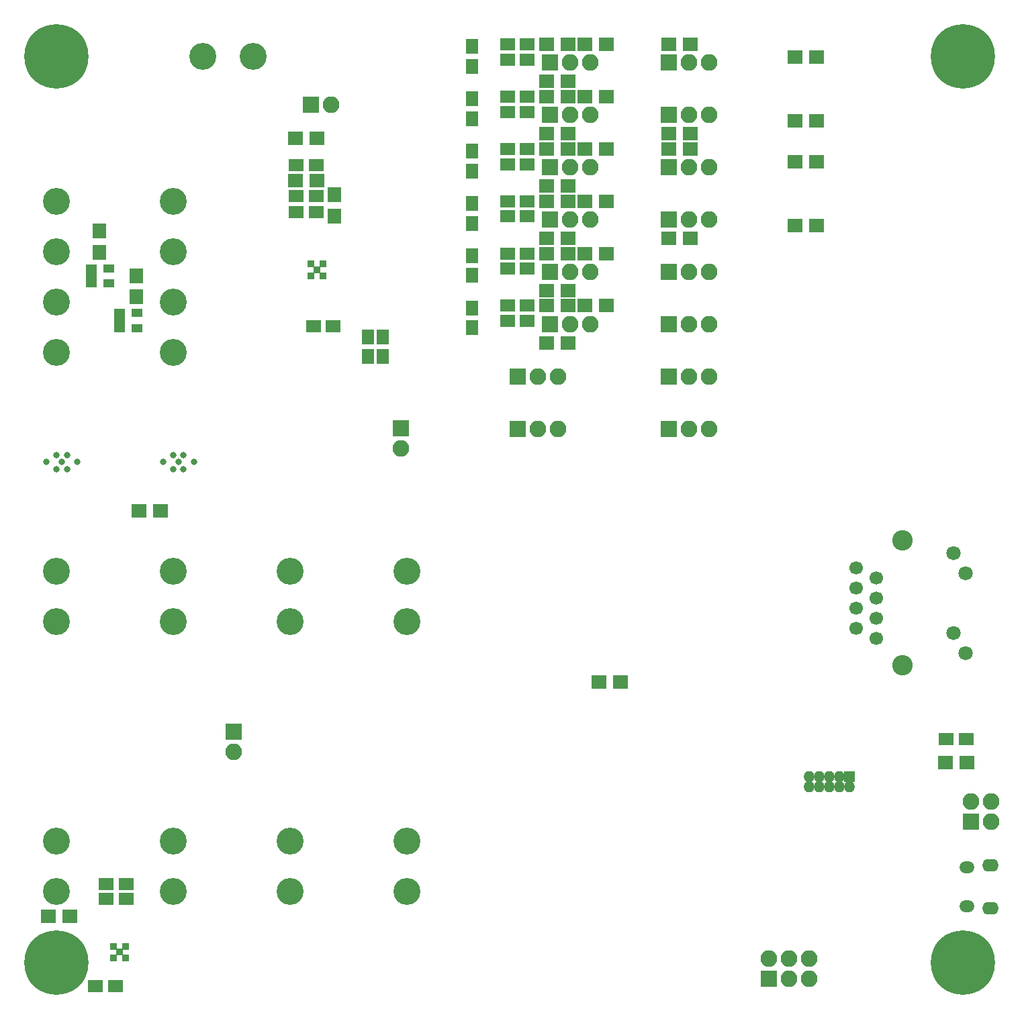
<source format=gbr>
G04 #@! TF.FileFunction,Soldermask,Bot*
%FSLAX46Y46*%
G04 Gerber Fmt 4.6, Leading zero omitted, Abs format (unit mm)*
G04 Created by KiCad (PCBNEW 4.0.4-stable) date Friday, December 29, 2017 'AMt' 10:56:01 AM*
%MOMM*%
%LPD*%
G01*
G04 APERTURE LIST*
%ADD10C,0.100000*%
%ADD11R,1.900000X1.700000*%
%ADD12R,2.100000X2.100000*%
%ADD13O,2.100000X2.100000*%
%ADD14R,1.650000X1.900000*%
%ADD15R,1.900000X1.650000*%
%ADD16O,1.900000X1.500000*%
%ADD17O,2.100000X1.600000*%
%ADD18R,1.700000X1.900000*%
%ADD19R,0.900000X0.900000*%
%ADD20R,1.460000X1.050000*%
%ADD21R,1.400000X1.400000*%
%ADD22O,1.400000X1.400000*%
%ADD23C,8.100000*%
%ADD24C,1.100000*%
%ADD25C,3.400000*%
%ADD26C,0.800000*%
%ADD27C,1.700000*%
%ADD28C,2.584400*%
%ADD29C,1.808000*%
G04 APERTURE END LIST*
D10*
D11*
X86250000Y-29300000D03*
X83550000Y-29300000D03*
X86250000Y-18000000D03*
X83550000Y-18000000D03*
X102150000Y-27700000D03*
X99450000Y-27700000D03*
X102150000Y-19600000D03*
X99450000Y-19600000D03*
D12*
X83560000Y-26950000D03*
D13*
X86100000Y-26950000D03*
X88640000Y-26950000D03*
D12*
X83560000Y-20350000D03*
D13*
X86100000Y-20350000D03*
X88640000Y-20350000D03*
D14*
X58770000Y-38090000D03*
X58770000Y-40590000D03*
X58770000Y-31490000D03*
X58770000Y-33990000D03*
X58770000Y-24890000D03*
X58770000Y-27390000D03*
X58770000Y-18290000D03*
X58770000Y-20790000D03*
D15*
X65720000Y-39740000D03*
X63220000Y-39740000D03*
X65720000Y-33140000D03*
X63220000Y-33140000D03*
X65720000Y-26540000D03*
X63220000Y-26540000D03*
X65720000Y-19940000D03*
X63220000Y-19940000D03*
X63220000Y-37800000D03*
X65720000Y-37800000D03*
X63220000Y-31200000D03*
X65720000Y-31200000D03*
X63220000Y-24600000D03*
X65720000Y-24600000D03*
X63220000Y-18000000D03*
X65720000Y-18000000D03*
D11*
X68140000Y-37800000D03*
X70840000Y-37800000D03*
X68140000Y-31200000D03*
X70840000Y-31200000D03*
X68140000Y-24600000D03*
X70840000Y-24600000D03*
X68140000Y-18000000D03*
X70840000Y-18000000D03*
X75690000Y-37800000D03*
X72990000Y-37800000D03*
X75690000Y-31200000D03*
X72990000Y-31200000D03*
X75690000Y-24600000D03*
X72990000Y-24600000D03*
X75690000Y-18000000D03*
X72990000Y-18000000D03*
X68140000Y-42500000D03*
X70840000Y-42500000D03*
X68140000Y-35900000D03*
X70840000Y-35900000D03*
X68140000Y-29300000D03*
X70840000Y-29300000D03*
X68140000Y-22700000D03*
X70840000Y-22700000D03*
D12*
X68590000Y-40150000D03*
D13*
X71130000Y-40150000D03*
X73670000Y-40150000D03*
D12*
X68590000Y-33550000D03*
D13*
X71130000Y-33550000D03*
X73670000Y-33550000D03*
D12*
X68590000Y-26950000D03*
D13*
X71130000Y-26950000D03*
X73670000Y-26950000D03*
D12*
X68590000Y-20350000D03*
D13*
X71130000Y-20350000D03*
X73670000Y-20350000D03*
D11*
X68140000Y-16100000D03*
X70840000Y-16100000D03*
D15*
X63220000Y-11400000D03*
X65720000Y-11400000D03*
X65720000Y-13340000D03*
X63220000Y-13340000D03*
D14*
X58770000Y-11690000D03*
X58770000Y-14190000D03*
D11*
X75690000Y-11400000D03*
X72990000Y-11400000D03*
X68140000Y-11400000D03*
X70840000Y-11400000D03*
D12*
X68590000Y-13750000D03*
D13*
X71130000Y-13750000D03*
X73670000Y-13750000D03*
D15*
X39100000Y-20100000D03*
X36600000Y-20100000D03*
X39100000Y-25950000D03*
X36600000Y-25950000D03*
X39100000Y-24000000D03*
X36600000Y-24000000D03*
X38725000Y-40375000D03*
X41225000Y-40375000D03*
D14*
X45602776Y-44207268D03*
X45602776Y-41707268D03*
X47502776Y-44207268D03*
X47502776Y-41707268D03*
D15*
X15118580Y-112625060D03*
X12618580Y-112625060D03*
X15118580Y-110725060D03*
X12618580Y-110725060D03*
X13750000Y-123650000D03*
X11250000Y-123650000D03*
X63220000Y-4800000D03*
X65720000Y-4800000D03*
X65720000Y-6740000D03*
X63220000Y-6740000D03*
D14*
X58770000Y-5090000D03*
X58770000Y-7590000D03*
D15*
X118550000Y-92450000D03*
X121050000Y-92450000D03*
D12*
X38410000Y-12450000D03*
D13*
X40950000Y-12450000D03*
D12*
X96170000Y-122715000D03*
D13*
X96170000Y-120175000D03*
X98710000Y-122715000D03*
X98710000Y-120175000D03*
X101250000Y-122715000D03*
X101250000Y-120175000D03*
D16*
X121150000Y-113500000D03*
X121150000Y-108660000D03*
D17*
X124150000Y-113810000D03*
X124150000Y-108350000D03*
D11*
X39200000Y-22050000D03*
X36500000Y-22050000D03*
X39200000Y-16675000D03*
X36500000Y-16675000D03*
D18*
X41375000Y-26475000D03*
X41375000Y-23775000D03*
D11*
X8040360Y-114848640D03*
X5340360Y-114848640D03*
X77423000Y-85217000D03*
X74723000Y-85217000D03*
X102150000Y-6400000D03*
X99450000Y-6400000D03*
X102150000Y-14500000D03*
X99450000Y-14500000D03*
X75690000Y-4800000D03*
X72990000Y-4800000D03*
X68140000Y-4800000D03*
X70840000Y-4800000D03*
X68140000Y-9500000D03*
X70840000Y-9500000D03*
X16750000Y-63650000D03*
X19450000Y-63650000D03*
D18*
X16440000Y-34000000D03*
X16440000Y-36700000D03*
X11790000Y-28380000D03*
X11790000Y-31080000D03*
D11*
X118450000Y-95400000D03*
X121150000Y-95400000D03*
D19*
X39200000Y-33275000D03*
X38450000Y-34025000D03*
X39950000Y-34025000D03*
X39950000Y-32525000D03*
X38450000Y-32525000D03*
X14325600Y-119331740D03*
X13575600Y-120081740D03*
X15075600Y-120081740D03*
X15075600Y-118581740D03*
X13575600Y-118581740D03*
D20*
X14320000Y-40620000D03*
X14320000Y-39670000D03*
X14320000Y-38720000D03*
X16520000Y-38720000D03*
X16520000Y-40620000D03*
X10760000Y-34970000D03*
X10760000Y-34020000D03*
X10760000Y-33070000D03*
X12960000Y-33070000D03*
X12960000Y-34970000D03*
D21*
X106290000Y-97230000D03*
D22*
X106290000Y-98500000D03*
X105020000Y-97230000D03*
X105020000Y-98500000D03*
X103750000Y-97230000D03*
X103750000Y-98500000D03*
X102480000Y-97230000D03*
X102480000Y-98500000D03*
X101210000Y-97230000D03*
X101210000Y-98500000D03*
D23*
X120650000Y-120650000D03*
D24*
X117850000Y-120650000D03*
X122629890Y-122629890D03*
X120650000Y-123450000D03*
X118670110Y-122629890D03*
X123450000Y-120650000D03*
X118670110Y-118670110D03*
X120650000Y-117850000D03*
X122629890Y-118670110D03*
D23*
X6350000Y-120650000D03*
D24*
X3550000Y-120650000D03*
X8329890Y-122629890D03*
X6350000Y-123450000D03*
X4370110Y-122629890D03*
X9150000Y-120650000D03*
X4370110Y-118670110D03*
X6350000Y-117850000D03*
X8329890Y-118670110D03*
D23*
X120650000Y-6350000D03*
D24*
X117850000Y-6350000D03*
X122629890Y-8329890D03*
X120650000Y-9150000D03*
X118670110Y-8329890D03*
X123450000Y-6350000D03*
X118670110Y-4370110D03*
X120650000Y-3550000D03*
X122629890Y-4370110D03*
D23*
X6350000Y-6350000D03*
D24*
X3550000Y-6350000D03*
X8329890Y-8329890D03*
X6350000Y-9150000D03*
X4370110Y-8329890D03*
X9150000Y-6350000D03*
X4370110Y-4370110D03*
X6350000Y-3550000D03*
X8329890Y-4370110D03*
D11*
X86250000Y-4800000D03*
X83550000Y-4800000D03*
X86250000Y-16100000D03*
X83550000Y-16100000D03*
D25*
X6310000Y-37375000D03*
X6310000Y-31025000D03*
X6310000Y-43725000D03*
X6310000Y-24675000D03*
X21040000Y-37375000D03*
X21040000Y-31025000D03*
X21040000Y-43725000D03*
X21040000Y-24675000D03*
X21040000Y-71325000D03*
X21040000Y-77675000D03*
X50500000Y-71325000D03*
X50500000Y-77675000D03*
X35770000Y-71325000D03*
X35770000Y-77675000D03*
X6310000Y-71325000D03*
X6310000Y-77675000D03*
X31175000Y-6310000D03*
X24825000Y-6310000D03*
X50500000Y-105295000D03*
X50500000Y-111645000D03*
X35770000Y-105295000D03*
X35770000Y-111645000D03*
X21040000Y-105295000D03*
X21040000Y-111645000D03*
X6310000Y-105295000D03*
X6310000Y-111645000D03*
D26*
X21730000Y-57515000D03*
X23680000Y-57515000D03*
X19780000Y-57515000D03*
X22380000Y-58415000D03*
X21080000Y-58415000D03*
X22380000Y-56615000D03*
X21080000Y-56615000D03*
X7000000Y-57515000D03*
X8950000Y-57515000D03*
X5050000Y-57515000D03*
X7650000Y-58415000D03*
X6350000Y-58415000D03*
X7650000Y-56615000D03*
X6350000Y-56615000D03*
D12*
X83560000Y-7150000D03*
D13*
X86100000Y-7150000D03*
X88640000Y-7150000D03*
D12*
X83560000Y-13750000D03*
D13*
X86100000Y-13750000D03*
X88640000Y-13750000D03*
D12*
X64490000Y-46750000D03*
D13*
X67030000Y-46750000D03*
X69570000Y-46750000D03*
D12*
X64490000Y-53350000D03*
D13*
X67030000Y-53350000D03*
X69570000Y-53350000D03*
D12*
X68590000Y-7150000D03*
D13*
X71130000Y-7150000D03*
X73670000Y-7150000D03*
D12*
X83560000Y-33550000D03*
D13*
X86100000Y-33550000D03*
X88640000Y-33550000D03*
D12*
X83560000Y-40150000D03*
D13*
X86100000Y-40150000D03*
X88640000Y-40150000D03*
D12*
X83560000Y-46750000D03*
D13*
X86100000Y-46750000D03*
X88640000Y-46750000D03*
D12*
X83560000Y-53350000D03*
D13*
X86100000Y-53350000D03*
X88640000Y-53350000D03*
D27*
X107211910Y-70855790D03*
X109751910Y-72125790D03*
X107211910Y-73395790D03*
X109751910Y-74665791D03*
X107211910Y-75935791D03*
X109751910Y-77205790D03*
X107211910Y-78475790D03*
X109751910Y-79745790D03*
D28*
X113051910Y-83175790D03*
X113051910Y-67425790D03*
D29*
X119480500Y-68974530D03*
X121000500Y-81624530D03*
X119480000Y-79086380D03*
X121000000Y-71516380D03*
D12*
X121660000Y-102850000D03*
D13*
X121660000Y-100310000D03*
X124200000Y-102850000D03*
X124200000Y-100310000D03*
D12*
X49750000Y-53250000D03*
D13*
X49750000Y-55790000D03*
D12*
X28650000Y-91550000D03*
D13*
X28650000Y-94090000D03*
M02*

</source>
